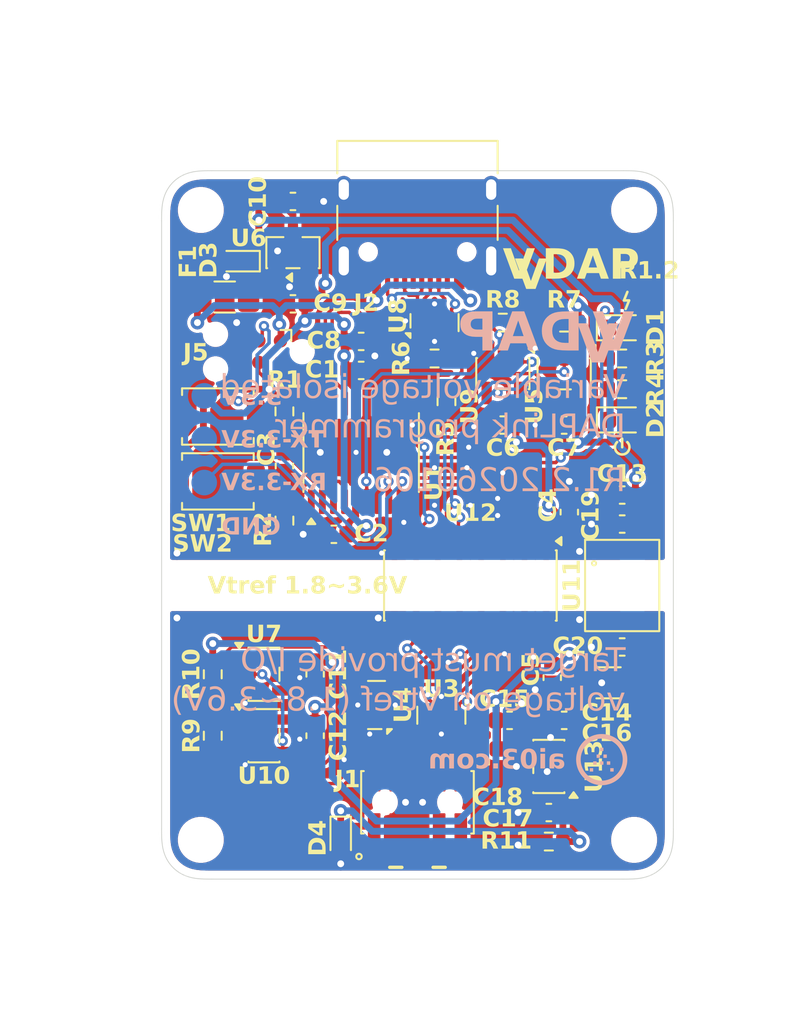
<source format=kicad_pcb>
(kicad_pcb (version 20241229) (generator "pcbnew") (generator_version "9.0")
  (layers (0 "F.Cu" signal) (2 "B.Cu" signal) (13 "F.Paste" user) (15 "B.Paste" user) (5 "F.SilkS" user "F.Silkscreen") (7 "B.SilkS" user "B.Silkscreen") (1 "F.Mask" user) (3 "B.Mask" user) (25 "Edge.Cuts" user))
  (net 0 "")
  (net 1 "+3.3V")
  (net 2 "GND")
  (net 3 "Net-(D1-K)")
  (net 4 "Activity-LED")
  (net 5 "Net-(D2-K)")
  (net 6 "+5V")
  (net 7 "VCC-Host")
  (net 9 "VTARGET-LDO")
  (net 11 "VCC-Target")
  (net 14 "CC1")
  (net 15 "CC2")
  (net 16 "BOOT0")
  (net 17 "GND-TARGET")
  (net 18 "USB-DM")
  (net 19 "USB-DP")
  (net 20 "+5V-Isolated")
  (net 21 "Host-SWDIO")
  (net 22 "Host-SWCLK")
  (net 23 "JTAG-nRST-VV")
  (net 24 "JTAG-TDI-VV")
  (net 27 "JTAG-SWCLK-VV")
  (net 28 "JTAG-TDO-VV")
  (net 30 "JTAG-SWDIO-VV")
  (net 31 "JTAG-SWDIO-IN")
  (net 34 "JTAG-SWDIO")
  (net 35 "JTAG-SWDIO-IN-VV")
  (net 36 "JTAG-TDI")
  (net 37 "Host-nRESET")
  (net 38 "JTAG-nRST")
  (net 39 "UART-RXD")
  (net 40 "JTAG-TDO")
  (net 41 "UART-TXD")
  (net 42 "JTAG-SWCLK")
  (net 43 "JTAG-SWDIO-OUT")
  (net 44 "JTAG-SWDIO-OUT-VV")
  (footprint "Capacitor_SMD:C_0603_1608Metric" (layer "F.Cu") (at 88.6 54.9 180)
    (property "Reference" "C7")
    (property "Value" "0.1uF")
  )
  (footprint "Resistor_SMD:R_0603_1608Metric" (layer "F.Cu") (at 68 69.5 -90)
    (property "Reference" "R10")
    (property "Value" "1k")
  )
  (footprint "MountingHole:MountingHole_2.2mm_M2" (layer "F.Cu") (at 67.3 79.2)
    (property "Reference" "REF**")
    (property "Value" "MountingHole_2.2mm_M2")
  )
  (footprint "locallib:MIE1W0505" (layer "F.Cu") (at 92 64.3)
    (property "Reference" "U11")
    (property "Value" "MIE1W0505")
  )
  (footprint "Diode_SMD:D_SOD-523" (layer "F.Cu") (at 75.5 79.1 -90)
    (property "Reference" "D4")
    (property "Value" "ESD5Z5V0")
  )
  (footprint "Button_Switch_SMD:SW_SPST_TS-1088-xR020" (layer "F.Cu") (at 68.3 58.2 180)
    (property "Reference" "SW2")
    (property "Value" "SW_Push")
  )
  (footprint "Resistor_SMD:R_0603_1608Metric" (layer "F.Cu") (at 92 51)
    (property "Reference" "R3")
    (property "Value" "1k")
  )
  (footprint "MountingHole:MountingHole_2.2mm_M2" (layer "F.Cu") (at 92.7 79.2)
    (property "Reference" "REF**")
    (property "Value" "MountingHole_2.2mm_M2")
  )
  (footprint "Capacitor_SMD:C_0603_1608Metric" (layer "F.Cu") (at 72.7 41.8)
    (property "Reference" "C10")
    (property "Value" "1uF")
  )
  (footprint "Package_SON:USON-10_2.5x1.0mm_P0.5mm" (layer "F.Cu") (at 77.6 71.3 180)
    (property "Reference" "U4")
    (property "Value" "TPD4E05U06DQA")
  )
  (footprint "Capacitor_SMD:C_0603_1608Metric" (layer "F.Cu") (at 85 54.9 180)
    (property "Reference" "C6")
    (property "Value" "0.1uF")
  )
  (footprint "Resistor_SMD:R_0603_1608Metric" (layer "F.Cu") (at 87.7 79.3)
    (property "Reference" "R11")
    (property "Value" "1M")
  )
  (footprint "Resistor_SMD:R_0603_1608Metric" (layer "F.Cu") (at 92 52.8)
    (property "Reference" "R4")
    (property "Value" "1k")
  )
  (footprint "Resistor_SMD:R_0603_1608Metric" (layer "F.Cu") (at 72.2 60.5 -90)
    (property "Reference" "R2")
    (property "Value" "10k")
  )
  (footprint "Package_TO_SOT_SMD:SOT-23-5" (layer "F.Cu") (at 71 73.1)
    (property "Reference" "U10")
    (property "Value" "SN74LVC1G66DBVR")
  )
  (footprint "Capacitor_SMD:C_0603_1608Metric" (layer "F.Cu") (at 76.7 50)
    (property "Reference" "C8")
    (property "Value" "1uF")
  )
  (footprint "Package_TO_SOT_SMD:SOT-23-5" (layer "F.Cu") (at 71 69.5)
    (property "Reference" "U7")
    (property "Value" "SN74LVC1G07DBVR")
  )
  (footprint "Capacitor_SMD:C_0603_1608Metric" (layer "F.Cu") (at 87.7 77.6 180)
    (property "Reference" "C17")
    (property "Value" "0.1uF")
  )
  (footprint "Capacitor_SMD:C_0603_1608Metric" (layer "F.Cu") (at 76.7 51.7)
    (property "Reference" "C1")
    (property "Value" "0.1uF")
  )
  (footprint "MountingHole:MountingHole_2.2mm_M2" (layer "F.Cu") (at 67.3 42.3)
    (property "Reference" "REF**")
    (property "Value" "MountingHole_2.2mm_M2")
  )
  (footprint "Package_SO:SOIC-16_3.9x9.9mm_P1.27mm" (layer "F.Cu") (at 83.1 64.3 -90)
    (property "Reference" "U12")
    (property "Value" "ADuM162N1BRZ")
  )
  (footprint "Fuse:Fuse_1206_3216Metric" (layer "F.Cu") (at 68.7 47.4)
    (property "Reference" "F1")
    (property "Value" "Polyfuse")
  )
  (footprint "Package_SON:USON-10_2.5x1.0mm_P0.5mm" (layer "F.Cu") (at 81.4 71.9 -90)
    (property "Reference" "U3")
    (property "Value" "TPD4E05U06DQA")
  )
  (footprint "MountingHole:MountingHole_2.2mm_M2" (layer "F.Cu") (at 92.7 42.3)
    (property "Reference" "REF**")
    (property "Value" "MountingHole_2.2mm_M2")
  )
  (footprint "locallib:FTSH-105-01-L-DV-K" (layer "F.Cu") (at 80 77)
    (property "Reference" "J1")
    (property "Value" "FTSH-105-01-L-DV-K")
  )
  (footprint "Capacitor_SMD:C_0603_1608Metric" (layer "F.Cu") (at 72.2 57.3 -90)
    (property "Reference" "C3")
    (property "Value" "0.1uF")
  )
  (footprint "Capacitor_SMD:C_0603_1608Metric" (layer "F.Cu") (at 87.9 69.7 -90)
    (property "Reference" "C5")
    (property "Value" "0.1uF")
  )
  (footprint "Diode_SMD:D_SOD-523" (layer "F.Cu") (at 69.5 45.3 180)
    (property "Reference" "D3")
    (property "Value" "ESD5Z5V0")
  )
  (footprint "Capacitor_SMD:C_0603_1608Metric" (layer "F.Cu") (at 85.4 72.2)
    (property "Reference" "C15")
    (property "Value" "1uF")
  )
  (footprint "Connector:Tag-Connect_TC2030-IDC-NL_2x03_P1.27mm_Vertical" (layer "F.Cu") (at 70.7 50.6 180)
    (property "Reference" "J5")
    (property "Value" "Conn_ARM_SWD_TagConnect_TC2030-NL")
  )
  (footprint "LED_SMD:LED_0603_1608Metric" (layer "F.Cu") (at 92 49.2)
    (property "Reference" "D1")
    (property "Value" "LED-Red")
  )
  (footprint "Capacitor_SMD:C_0603_1608Metric" (layer "F.Cu") (at 84.7 74.65 -90)
    (property "Reference" "C18")
    (property "Value" "1uF")
  )
  (footprint "Package_TO_SOT_SMD:SOT-23-5" (layer "F.Cu") (at 87.7 74.9 180)
    (property "Reference" "U13")
    (property "Value" "TPS7B4250")
  )
  (footprint "Package_SON:USON-10_2.5x1.0mm_P0.5mm" (layer "F.Cu") (at 81 48.9 90)
    (property "Reference" "U8")
    (property "Value" "TPD4E05U06DQA")
  )
  (footprint "Capacitor_SMD:C_0603_1608Metric" (layer "F.Cu") (at 74 69.5 -90)
    (property "Reference" "C11")
    (property "Value" "0.1uF")
  )
  (footprint "Package_TO_SOT_SMD:SOT-23-5" (layer "F.Cu") (at 85.005 51.885 -90)
    (property "Reference" "U9")
    (property "Value" "SN74LVC1G66DBVR")
  )
  (footprint "Capacitor_SMD:C_0603_1608Metric" (layer "F.Cu") (at 92 67.9 180)
    (property "Reference" "C20")
    (property "Value" "0.1uF")
  )
  (footprint "Resistor_SMD:R_0603_1608Metric" (layer "F.Cu") (at 68 73.1 90)
    (property "Reference" "R9")
    (property "Value" "1k")
  )
  (footprint "Capacitor_SMD:C_0603_1608Metric" (layer "F.Cu") (at 72.7 47.8 180)
    (property "Reference" "C9")
    (property "Value" "1uF")
  )
  (footprint "Package_SO:TSSOP-20_4.4x6.5mm_P0.65mm" (layer "F.Cu") (at 76.7 56.5125 90)
    (property "Reference" "U1")
    (property "Value" "CH32V203F6P6")
  )
  (footprint "Capacitor_SMD:C_0603_1608Metric" (layer "F.Cu") (at 92 60.7 180)
    (property "Reference" "C19")
    (property "Value" "0.1uF")
  )
  (footprint "Resistor_SMD:R_0603_1608Metric" (layer "F.Cu") (at 85 48.9)
    (property "Reference" "R8")
    (property "Value" "1k")
  )
  (footprint "Resistor_SMD:R_0603_1608Metric" (layer "F.Cu") (at 81 51 180)
    (property "Reference" "R6")
    (property "Value" "5.1k")
  )
  (footprint "Resistor_SMD:R_0603_1608Metric" (layer "F.Cu") (at 72.2 54.1 -90)
    (property "Reference" "R1")
    (property "Value" "10k")
  )
  (footprint "Capacitor_SMD:C_0603_1608Metric" (layer "F.Cu") (at 88.9 60 90)
    (property "Reference" "C4")
    (property "Value" "0.1uF")
  )
  (footprint "Capacitor_SMD:C_0603_1608Metric" (layer "F.Cu") (at 75.1 61.3 180)
    (property "Reference" "C2")
    (property "Value" "0.1uF")
  )
  (footprint "Capacitor_SMD:C_0603_1608Metric" (layer "F.Cu") (at 88.6 72.2 180)
    (property "Reference" "C16")
    (property "Value" "1uF")
  )
  (footprint "Resistor_SMD:R_0603_1608Metric" (layer "F.Cu") (at 81.7 53.5 -90)
    (property "Reference" "R5")
    (property "Value" "5.1k")
  )
  (footprint "Capacitor_SMD:C_0603_1608Metric" (layer "F.Cu") (at 92 59 180)
    (property "Reference" "C13")
    (property "Value" "10uF")
  )
  (footprint "Capacitor_SMD:C_1206_3216Metric" (layer "F.Cu") (at 91.2 70 180)
    (property "Reference" "C14")
    (property "Value" "22uF")
  )
  (footprint "Package_TO_SOT_SMD:SOT-23-5" (layer "F.Cu") (at 88.6 51.9 -90)
    (property "Reference" "U5")
    (property "Value" "SN74LVC1G07DBVR")
  )
  (footprint "Connector_USB:USB_C_Receptacle_HRO_TYPE-C-31-M-12" (layer "F.Cu") (at 80 42.155 180)
    (property "Reference" "J2")
    (property "Value" "USB_C_Receptacle_USB2.0_16P")
  )
  (footprint "Capacitor_SMD:C_0603_1608Metric" (layer "F.Cu") (at 74 73.1 -90)
    (property "Reference" "C12")
    (property "Value" "0.1uF")
  )
  (footprint "Package_TO_SOT_SMD:SOT-23-3" (layer "F.Cu") (at 72.7 44.8 90)
    (property "Reference" "U6")
    (property "Value" "XC6206PxxxMR")
  )
  (footprint "Resistor_SMD:R_0603_1608Metric" (layer "F.Cu") (at 88.6 48.9 180)
    (property "Reference" "R7")
    (property "Value" "1k")
  )
  (footprint "LED_SMD:LED_0603_1608Metric" (layer "F.Cu") (at 92 54.6)
    (property "Reference" "D2")
    (property "Value" "LED-Green")
  )
  (footprint "Button_Switch_SMD:SW_SPST_TS-1088-xR020" (layer "F.Cu") (at 68.3 54.4)
    (property "Reference" "SW1")
    (property "Value" "SW_Push")
  )
  (footprint "locallib:PogoReceiver-2.54-4" (layer "B.Cu") (at 67.5 57 180)
    (property "Reference" "J3")
    (property "Value" "Conn_01x04_MountingPin")
  )
  (gr_line (start 92.105 47.6) (end 92.405 47.6) (stroke (width 0.15)) (layer "F.SilkS"))
  (gr_arc (start 92.3 55.9) (mid 92 56.624264) (end 91.7 55.9) (stroke (width 0.15)) (layer "F.SilkS"))
  (gr_line (start 92.405 47.6) (end 92.205 48.1) (stroke (width 0.15)) (layer "F.SilkS"))
  (gr_line (start 92.305 47.1) (end 92.105 47.6) (stroke (width 0.15)) (layer "F.SilkS"))
  (gr_line (start 92 55.7) (end 92 56.2) (stroke (width 0.15)) (layer "F.SilkS"))
  (gr_rect (start 90.1 75) (end 90.3 75.2) (fill yes) (layer "B.SilkS"))
  (gr_rect (start 90.9 74.2) (end 91.1 74.4) (fill yes) (layer "B.SilkS"))
  (gr_rect (start 90.5 74.2) (end 90.7 74.4) (fill yes) (layer "B.SilkS"))
  (gr_rect (start 91.1 74.6) (end 91.3 74.8) (fill yes) (layer "B.SilkS"))
  (gr_circle (center 90.8 74.5) (end 92.166 74.5) (stroke (width 0.268)) (fill no) (layer "B.SilkS"))
  (gr_rect (start 91.3 75) (end 91.5 75.2) (fill yes) (layer "B.SilkS"))
  (gr_rect (start 90.3 74.6) (end 90.5 74.8) (fill yes) (layer "B.SilkS"))
  (gr_rect (start 90.7 74.6) (end 90.9 74.8) (fill yes) (layer "B.SilkS"))
  (gr_rect (start 90.7 73.8) (end 90.9 74) (fill yes) (layer "B.SilkS"))
  (gr_curve (pts (xy 94.510845 80.616376) (xy 94.35383 80.821154) (xy 94.149013 81.011345) (xy 93.89411 81.159992)) (stroke (width 0.05)) (layer "Edge.Cuts"))
  (gr_curve (pts (xy 93.89411 81.159992) (xy 93.62511 81.316859) (xy 93.352973 81.396518) (xy 93.107036 81.439866)) (stroke (width 0.05)) (layer "Edge.Cuts"))
  (gr_line (start 67.935 81.5) (end 92.065 81.5) (stroke (width 0.05)) (layer "Edge.Cuts"))
  (gr_curve (pts (xy 94.939866 41.892964) (xy 95 42.23414) (xy 95 42.580441) (xy 95 42.935)) (stroke (width 0.05)) (layer "Edge.Cuts"))
  (gr_curve (pts (xy 94.116376 40.489155) (xy 94.321154 40.64617) (xy 94.511345 40.850987) (xy 94.659992 41.10589)) (stroke (width 0.05)) (layer "Edge.Cuts"))
  (gr_line (start 65 42.935) (end 65 78.565) (stroke (width 0.05)) (layer "Edge.Cuts"))
  (gr_curve (pts (xy 65 42.935) (xy 65 42.502981) (xy 65 42.079439) (xy 65.110133 41.665022)) (stroke (width 0.05)) (layer "Edge.Cuts"))
  (gr_curve (pts (xy 65.883624 81.010845) (xy 65.678846 80.85383) (xy 65.488655 80.649013) (xy 65.340008 80.39411)) (stroke (width 0.05)) (layer "Edge.Cuts"))
  (gr_curve (pts (xy 94.659992 41.10589) (xy 94.816859 41.37489) (xy 94.896518 41.647027) (xy 94.939866 41.892964)) (stroke (width 0.05)) (layer "Edge.Cuts"))
  (gr_curve (pts (xy 93.334978 40.110133) (xy 93.556178 40.168917) (xy 93.838213 40.27587) (xy 94.116376 40.489155)) (stroke (width 0.05)) (layer "Edge.Cuts"))
  (gr_line (start 92.065 40) (end 67.935 40) (stroke (width 0.05)) (layer "Edge.Cuts"))
  (gr_curve (pts (xy 93.107036 81.439866) (xy 92.76586 81.5) (xy 92.419559 81.5) (xy 92.065 81.5)) (stroke (width 0.05)) (layer "Edge.Cuts"))
  (gr_curve (pts (xy 92.065 40) (xy 92.497019 40) (xy 92.920561 40) (xy 93.334978 40.110133)) (stroke (width 0.05)) (layer "Edge.Cuts"))
  (gr_curve (pts (xy 65.489155 40.883624) (xy 65.64617 40.678846) (xy 65.850987 40.488655) (xy 66.10589 40.340008)) (stroke (width 0.05)) (layer "Edge.Cuts"))
  (gr_curve (pts (xy 65.060134 79.607036) (xy 65 79.26586) (xy 65 78.919559) (xy 65 78.565)) (stroke (width 0.05)) (layer "Edge.Cuts"))
  (gr_curve (pts (xy 67.935 81.5) (xy 67.502981 81.5) (xy 67.079439 81.5) (xy 66.665022 81.389867)) (stroke (width 0.05)) (layer "Edge.Cuts"))
  (gr_line (start 95 78.565) (end 95 42.935) (stroke (width 0.05)) (layer "Edge.Cuts"))
  (gr_curve (pts (xy 95 78.565) (xy 95 78.997019) (xy 95 79.420561) (xy 94.889867 79.834978)) (stroke (width 0.05)) (layer "Edge.Cuts"))
  (gr_curve (pts (xy 66.665022 81.389867) (xy 66.443822 81.331083) (xy 66.161787 81.22413) (xy 65.883624 81.010845)) (stroke (width 0.05)) (layer "Edge.Cuts"))
  (gr_curve (pts (xy 66.10589 40.340008) (xy 66.37489 40.183141) (xy 66.647027 40.103482) (xy 66.892964 40.060134)) (stroke (width 0.05)) (layer "Edge.Cuts"))
  (gr_curve (pts (xy 65.110133 41.665022) (xy 65.168917 41.443822) (xy 65.27587 41.161787) (xy 65.489155 40.883624)) (stroke (width 0.05)) (layer "Edge.Cuts"))
  (gr_curve (pts (xy 65.340008 80.39411) (xy 65.183141 80.12511) (xy 65.103482 79.852973) (xy 65.060134 79.607036)) (stroke (width 0.05)) (layer "Edge.Cuts"))
  (gr_curve (pts (xy 66.892964 40.060134) (xy 67.23414 40) (xy 67.580441 40) (xy 67.935 40)) (stroke (width 0.05)) (layer "Edge.Cuts"))
  (gr_curve (pts (xy 94.889867 79.834978) (xy 94.831083 80.056178) (xy 94.72413 80.338213) (xy 94.510845 80.616376)) (stroke (width 0.05)) (layer "Edge.Cuts"))
  (gr_text "Vtref 1.8~3.6V" (at 67.7 64.35 0) (layer "F.SilkS") (effects (font (size 1 1) (thickness 0.2) (bold yes)) (justify left)))
  (gr_text "V" (at 85 45.6 0) (layer "F.SilkS") (effects (font (size 1.75 1.75) (thickness 0.2) (bold yes) (italic yes)) (justify left)))
  (gr_text "DAP" (at 87.3 45.6 0) (layer "F.SilkS") (effects (font (size 1.75 1.75) (thickness 0.2) (bold yes) (italic yes)) (justify left)))
  (gr_text "R1.2" (at 91.8 45.9 0) (layer "F.SilkS") (effects (font (size 1 1) (thickness 0.2) (bold yes) (italic yes)) (justify left)))
  (gr_text "V" (at 85.7 46.2 0) (layer "F.SilkS") (effects (font (size 1.75 1.75) (thickness 0.2) (bold yes) (italic yes)) (justify left)))
  (gr_text "RX-3.3V" (at 68.5 58.3 0) (layer "B.SilkS") (effects (font (size 1 1) (thickness 0.2) (bold yes)) (justify right mirror)))
  (gr_text "GND" (at 68.5 60.9 0) (layer "B.SilkS") (effects (font (size 1 1) (thickness 0.2) (bold yes)) (justify right mirror)))
  (gr_text "DAP" (at 89.737508 49.6 0) (layer "B.SilkS") (effects (font (size 2.25 2.25) (thickness 0.2) (bold yes) (italic yes)) (justify left mirror)))
  (gr_text "V" (at 91.8 50.3 0) (layer "B.SilkS") (effects (font (size 2.25 2.25) (thickness 0.2) (bold yes) (italic yes)) (justify left mirror)))
  (gr_text "Variable voltage isolated\nDAPLink programmer" (at 92.2 53.9 0) (layer "B.SilkS") (effects (font (size 1.375 1.375) (thickness 0.28125)) (justify left mirror)))
  (gr_text "R1.2 20260106" (at 92.2 58.2 0) (layer "B.SilkS") (effects (font (size 1.375 1.375) (thickness 0.28125)) (justify left mirror)))
  (gr_text "TX-3.3V" (at 68.5 55.8 0) (layer "B.SilkS") (effects (font (size 1 1) (thickness 0.2) (bold yes)) (justify right mirror)))
  (gr_text "3.3V" (at 68.5 53.3 0) (layer "B.SilkS") (effects (font (size 1 1) (thickness 0.2) (bold yes)) (justify right mirror)))
  (gr_text "V" (at 92.7 49.6 0) (layer "B.SilkS") (effects (font (size 2.25 2.25) (thickness 0.2) (bold yes) (italic yes)) (justify left mirror)))
  (gr_text "ai03.com" (at 88.675 74.55 0) (layer "B.SilkS") (effects (font (size 1.125 1.125) (thickness 0.225) (bold yes)) (justify left mirror)))
  (gr_text "Target must provide I/O\nvoltage on Vtref (1.8~3.6V)" (at 92.2 69.9 0) (layer "B.SilkS") (effects (font (size 1.375 1.375) (thickness 0.28125)) (justify left mirror)))
  (segment (start 89.55 53.0375) (end 89.55 54.725) (width 0.4) (layer "F.Cu") (net 1))
  (segment (start 73.3 47.625) (end 73.475 47.8) (width 0.4) (layer "F.Cu") (net 1))
  (segment (start 85.955 54.72) (end 85.775 54.9) (width 0.4) (layer "F.Cu") (net 1))
  (segment (start 73.65 45.9375) (end 73.65 46.45) (width 0.4) (layer "F.Cu") (net 1))
  (segment (start 87.7 59.6) (end 88.875 60.775) (width 0.4) (layer "F.Cu") (net 1))
  (segment (start 89.4 55.9) (end 89.375 55.875) (width 0.4) (layer "F.Cu") (net 1))
  (segment (start 92.7875 54.6) (end 92.7 54.6) (width 0.4) (layer "F.Cu") (net 1))
  (segment (start 86.3625 48.9) (end 87.2625 48) (width 0.4) (layer "F.Cu") (net 1))
  (segment (start 74.4 46.6) (end 74.6 46.6) (width 0.4) (layer "F.Cu") (net 1))
  (segment (start 71.775 53.275) (end 71.3 52.8) (width 0.4) (layer "F.Cu") (net 1))
  (segment (start 88.875 60.775) (end 88.9 60.775) (width 0.4) (layer "F.Cu") (net 1))
  (segment (start 85.775 55.875) (end 85.8 55.9) (width 0.4) (layer "F.Cu") (net 1))
  (segment (start 74.4 46.6) (end 74.4 47.2) (width 0.4) (layer "F.Cu") (net 1))
  (segment (start 75.975 61.3) (end 75.975 60.625) (width 0.4) (layer "F.Cu") (net 1))
  (segment (start 75.925 51.7) (end 75.925 52.35) (width 0.4) (layer "F.Cu") (net 1))
  (segment (start 76.375 53.65) (end 76.375 52.8) (width 0.4) (layer "F.Cu") (net 1))
  (segment (start 75.925 50) (end 75.7 49.775) (width 0.4) (layer "F.Cu") (net 1))
  (segment (start 66.075 58.2) (end 66.4 57.875) (width 0.4) (layer "F.Cu") (net 1))
  (segment (start 75.925 52.35) (end 76.375 52.8) (width 0.4) (layer "F.Cu") (net 1))
  (segment (start 75.8 50.75) (end 75.7 50.85) (width 0.4) (layer "F.Cu") (net 1))
  (segment (start 76.375 60.225) (end 76.375 59.375) (width 0.4) (layer "F.Cu") (net 1))
  (segment (start 75.7 50.85) (end 75.7 49.5) (width 0.4) (layer "F.Cu") (net 1))
  (segment (start 75.8 50.95) (end 75.7 50.85) (width 0.4) (layer "F.Cu") (net 1))
  (segment (start 89.425 48.9) (end 89.425 47.925) (width 0.4) (layer "F.Cu") (net 1))
  (segment (start 74.4 47.2) (end 73.8 47.8) (width 0.4) (layer "F.Cu") (net 1))
  (segment (start 87.2625 48) (end 88.3 48) (width 0.4) (layer "F.Cu") (net 1))
  (segment (start 73.8 47.8) (end 73.475 47.8) (width 0.4) (layer "F.Cu") (net 1))
  (segment (start 92.7 54.6) (end 91.4 55.9) (width 0.4) (layer "F.Cu") (net 1))
  (segment (start 72.2 53.275) (end 71.775 53.275) (width 0.4) (layer "F.Cu") (net 1))
  (segment (start 75.7 49.775) (end 75.7 49) (width 0.4) (layer "F.Cu") (net 1))
  (segment (start 73.4 48.8) (end 73.4 47.875) (width 0.4) (layer "F.Cu") (net 1))
  (segment (start 89.375 55.875) (end 89.375 54.9) (width 0.4) (layer "F.Cu") (net 1))
  (segment (start 89.55 54.725) (end 89.375 54.9) (width 0.4) (layer "F.Cu") (net 1))
  (segment (start 75.7 50.85) (end 75.7 52.125) (width 0.4) (layer "F.Cu") (net 1))
  (segment (start 85.775 54.9) (end 85.775 55.875) (width 0.4) (layer "F.Cu") (net 1))
  (segment (start 73.65 46.45) (end 73.3 46.8) (width 0.4) (layer "F.Cu") (net 1))
  (segment (start 75.8 51.4) (end 75.8 50.95) (width 0.4) (layer "F.Cu") (net 1))
  (segment (start 67.45 55.25) (end 67.45 53.75) (width 0.4) (layer "F.Cu") (net 1))
  (segment (start 70.5 52.8) (end 71.3 52.8) (width 0.4) (layer "F.Cu") (net 1))
  (segment (start 77 60.9) (end 76.6 61.3) (width 0.4) (layer "F.Cu") (net 1))
  (segment (start 88.9 60.775) (end 88.275 61.4) (width 0.4) (layer "F.Cu") (net 1))
  (segment (start 88.3 48) (end 89.2 48.9) (width 0.4) (layer "F.Cu") (net 1))
  (segment (start 87.5 61.5) (end 87.5 61.78) (width 0.4) (layer "F.Cu") (net 1))
  (segment (start 75.925 51.525) (end 75.8 51.4) (width 0.4) (layer "F.Cu") (net 1))
  (segment (start 89.2 48.9) (end 89.425 48.9) (width 0.4) (layer "F.Cu") (net 1))
  (segment (start 75.925 51.7) (end 75.925 51.525) (width 0.4) (layer "F.Cu") (net 1))
  (segment (start 67.45 53.75) (end 68.4 52.8) (width 0.4) (layer "F.Cu") (net 1))
  (segment (start 76.6 61.3) (end 75.875 61.3) (width 0.4) (layer "F.Cu") (net 1))
  (segment (start 77 60.8) (end 77 60.9) (width 0.4) (layer "F.Cu") (net 1))
  (segment (start 66.4 57.875) (end 66.4 56.3) (width 0.4) (layer "F.Cu") (net 1))
  (segment (start 87.6 61.4) (end 87.5 61.5) (width 0.4) (layer "F.Cu") (net 1))
  (segment (start 66.4 56.3) (end 67.45 55.25) (width 0.4) (layer "F.Cu") (net 1))
  (segment (start 85.955 53.0225) (end 85.955 54.72) (width 0.4) (layer "F.Cu") (net 1))
  (segment (start 89.425 47.925) (end 89.4 47.9) (width 0.4) (layer "F.Cu") (net 1))
  (segment (start 87.5 61.78) (end 87.545 61.825) (width 0.4) (layer "F.Cu") (net 1))
  (segment (start 88.275 61.4) (end 87.6 61.4) (width 0.4) (layer "F.Cu") (net 1))
  (segment (start 73.4 47.875) (end 73.475 47.8) (width 0.4) (layer "F.Cu") (net 1))
  (segment (start 68.4 52.8) (end 70.5 52.8) (width 0.4) (layer "F.Cu") (net 1))
  (segment (start 75.7 52.125) (end 75.925 52.35) (width 0.4) (layer "F.Cu") (net 1))
  (segment (start 85.825 48.9) (end 86.3625 48.9) (width 0.4) (layer "F.Cu") (net 1))
  (segment (start 73.3 46.8) (end 73.3 47.625) (width 0.4) (layer "F.Cu") (net 1))
  (segment (start 75.925 50.175) (end 75.8 50.3) (width 0.4) (layer "F.Cu") (net 1))
  (segment (start 75.925 50) (end 75.925 50.175) (width 0.4) (layer "F.Cu") (net 1))
  (segment (start 91.4 55.9) (end 89.4 55.9) (width 0.4) (layer "F.Cu") (net 1))
  (segment (start 75.8 50.3) (end 75.8 50.75) (width 0.4) (layer "F.Cu") (net 1))
  (segment (start 75.975 60.625) (end 76.375 60.225) (width 0.4) (layer "F.Cu") (net 1))
  (via (at 73.4 48.8) (size 0.8) (drill 0.4) (layers "F.Cu" "B.Cu") (net 1))
  (via (at 75.7 49) (size 0.8) (drill 0.4) (layers "F.Cu" "B.Cu") (net 1))
  (via (at 77 60.8) (size 0.8) (drill 0.4) (layers "F.Cu" "B.Cu") (net 1))
  (via (at 89.4 55.9) (size 0.8) (drill 0.4) (layers "F.Cu" "B.Cu") (net 1))
  (via (at 85.8 55.9) (size 0.8) (drill 0.4) (layers "F.Cu" "B.Cu") (net 1))
  (via (at 89.4 47.9) (size 0.8) (drill 0.4) (layers "F.Cu" "B.Cu") (net 1))
  (via (at 74.6 46.6) (size 0.8) (drill 0.4) (layers "F.Cu" "B.Cu") (net 1))
  (via (at 87.7 59.6) (size 0.8) (drill 0.4) (layers "F.Cu" "B.Cu") (net 1))
  (via (at 75.7 50.85) (size 0.8) (drill 0.4) (layers "F.Cu" "B.Cu") (net 1))
  (via (at 71.3 52.8) (size 0.8) (drill 0.4) (layers "F.Cu" "B.Cu") (net 1))
  (segment (start 73.4 48.8) (end 73.3 48.8) (width 0.4) (layer "B.Cu") (net 1))
  (segment (start 89.792894 55.9) (end 89.4 55.9) (width 0.4) (layer "B.Cu") (net 1))
  (segment (start 75.7 59.75) (end 75.7 50.85) (width 0.4) (layer "B.Cu") (net 1))
  (segment (start 73.3 48.8) (end 71.1 51) (width 0.4) (layer "B.Cu") (net 1))
  (segment (start 87.7 59.6) (end 87.7 56.5) (width 0.4) (layer "B.Cu") (net 1))
  (segment (start 71.1 51) (end 71.1 52.6) (width 0.4) (layer "B.Cu") (net 1))
  (segment (start 88.1 56.1) (end 87.7 56.5) (width 0.4) (layer "B.Cu") (net 1))
  (segment (start 90.3 55.392894) (end 89.792894 55.9) (width 0.4) (layer "B.Cu") (net 1))
  (segment (start 88.5 56.1) (end 88.1 56.1) (width 0.4) (layer "B.Cu") (net 1))
  (segment (start 75.2 48.5) (end 73.7 48.5) (width 0.4) (layer "B.Cu") (net 1))
  (segment (start 87.3 56.1) (end 87.7 56.5) (width 0.4) (layer "B.Cu") (net 1))
  (segment (start 85.8 55.9) (end 86 56.1) (width 0.4) (layer "B.Cu") (net 1))
  (segment (start 75.4 43.5) (end 85.3 43.5) (width 0.4) (layer "B.Cu") (net 1))
  (segment (start 90.3 48.5) (end 90.3 55.392894) (width 0.4) (layer "B.Cu") (net 1))
  (segment (start 74.6 44.3) (end 75.4 43.5) (width 0.4) (layer "B.Cu") (net 1))
  (segment (start 69.9 54.2) (end 68.51 54.2) (width 0.4) (layer "B.Cu") (net 1))
  (segment (start 85.3 43.5) (end 90.3 48.5) (width 0.4) (layer "B.Cu") (net 1))
  (segment (start 73.7 48.5) (end 73.4 48.8) (width 0.4) (layer "B.Cu") (net 1))
  (segment (start 77 60.8) (end 76.75 60.8) (width 0.4) (layer "B.Cu") (net 1))
  (segment (start 68.51 54.2) (end 67.5 53.19) (width 0.4) (layer "B.Cu") (net 1))
  (segment (start 75.7 49) (end 75.2 48.5) (width 0.4) (layer "B.Cu") (net 1))
  (segment (start 74.6 46.6) (end 74.6 44.3) (width 0.4) (layer "B.Cu") (net 1))
  (segment (start 71.3 52.8) (end 69.9 54.2) (width 0.4) (layer "B.Cu") (net 1))
  (segment (start 89.4 55.9) (end 89.2 56.1) (width 0.4) (layer "B.Cu") (net 1))
  (segment (start 76.75 60.8) (end 75.7 59.75) (width 0.4) (layer "B.Cu") (net 1))
  (segment (start 86 56.1) (end 87.3 56.1) (width 0.4) (layer "B.Cu") (net 1))
  (segment (start 89.2 56.1) (end 88.5 56.1) (width 0.4) (layer "B.Cu") (net 1))
  (segment (start 71.1 52.6) (end 71.3 52.8) (width 0.4) (layer "B.Cu") (net 1))
  (segment (start 81 48.515) (end 81 47.8) (width 0.3) (layer "F.Cu") (net 2))
  (via (at 76.4 56.5) (size 0.6) (drill 0.3) (layers "F.Cu" "B.Cu") (net 2))
  (via (at 86.9 54.9) (size 0.6) (drill 0.3) (layers "F.Cu" "B.Cu") (net 2))
  (via (at 84.7 59.2) (size 0.6) (drill 0.3) (layers "F.Cu" "B.Cu") (net 2))
  (via (at 83.3 55) (size 0.6) (drill 0.3) (layers "F.Cu" "B.Cu") (net 2))
  (via (at 77.9 62.4) (size 0.6) (drill 0.3) (layers "F.Cu" "B.Cu") (net 2))
  (via (at 81 50) (size 0.6) (drill 0.3) (layers "F.Cu" "B.Cu") (net 2))
  (via (at 79.4 51) (size 0.6) (drill 0.3) (layers "F.Cu" "B.Cu") (net 2))
  (via (at 65.9 62.4) (size 0.8) (drill 0.4) (layers "F.Cu" "B.Cu") (net 2))
  (via (at 74.3 56.5) (size 0.8) (drill 0.4) (layers "F.Cu" "B.Cu") (net 2))
  (via (at 90.2 60.7) (size 0.8) (drill 0.4) (layers "F.Cu" "B.Cu") (net 2))
  (via (at 81 59.6) (size 0.6) (drill 0.3) (layers "F.Cu" "B.Cu") (net 2))
  (via (at 79.2 60.6) (size 0.6) (drill 0.3) (layers "F.Cu" "B.Cu") (net 2))
  (via (at 77.5 50.85) (size 0.8) (drill 0.4) (layers "F.Cu" "B.Cu") (net 2))
  (via (at 81 47.8) (size 0.6) (drill 0.3) (layers "F.Cu" "B.Cu") (net 2))
  (via (at 86.9 50.4) (size 0.6) (drill 0.3) (layers "F.Cu" "B.Cu") (net 2))
  (via (at 68.8 46.2) (size 0.8) (drill 0.4) (layers "F.Cu" "B.Cu") (net 2))
  (via (at 90.2 59) (size 0.8) (drill 0.4) (layers "F.Cu" "B.Cu") (net 2))
  (via (at 83 56.2) (size 0.6) (drill 0.3) (layers "F.Cu" "B.Cu") (net 2))
  (via (at 83.3 50.7) (size 0.6) (drill 0.3) (layers "F.Cu" "B.Cu") (net 2))
  (via (at 82.9 57.4) (size 0.6) (drill 0.3) (layers "F.Cu" "B.Cu") (net 2))
  (via (at 85 57.7) (size 0.6) (drill 0.3) (layers "F.Cu" "B.Cu") (net 2))
  (via (at 74.5 41.8) (size 0.8) (drill 0.4) (layers "F.Cu" "B.Cu") (net 2))
  (via (at 69.4 48.9) (size 0.8) (drill 0.4) (layers "F.Cu" "B.Cu") (net 2))
  (via (at 72.5 46.8) (size 0.8) (drill 0.4) (layers "F.Cu" "B.Cu") (net 2))
  (via (at 73.3 61.3) (size 0.8) (drill 0.4) (layers "F.Cu" "B.Cu") (net 2))
  (via (at 78.2 56.5) (size 0.8) (drill 0.4) (layers "F.Cu" "B.Cu") (net 2))
  (via (at 79.3 48.8) (size 0.6) (drill 0.3) (layers "F.Cu" "B.Cu") (net 2))
  (via (at 89.5 62.3) (size 0.8) (drill 0.4) (layers "F.Cu" "B.Cu") (net 2))
  (via (at 79.7 54.9) (size 0.6) (drill 0.3) (layers "F.Cu" "B.Cu") (net 2))
  (via (at 83.1 59.6) (size 0.6) (drill 0.3) (layers "F.Cu" "B.Cu") (net 2))
  (via (at 71.8 44.7) (size 0.8) (drill 0.4) (layers "F.Cu" "B.Cu") (net 2))
  (via (at 81 57.4) (size 0.6) (drill 0.3) (layers "F.Cu" "B.Cu") (net 2))
  (via (at 84.7 60.2) (size 0.6) (drill 0.3) (layers "F.Cu" "B.Cu") (net 2))
  (via (at 88.9 58.2) (size 0.8) (drill 0.4) (layers "F.Cu" "B.Cu") (net 2))
  (segment (start 91.175 51) (end 91.175 49.2375) (width 0.2) (layer "F.Cu") (net 3))
  (segment (start 91.175 49.2375) (end 91.2125 49.2) (width 0.2) (layer "F.Cu") (net 3))
  (segment (start 88.1 57.1) (end 88.4 56.8) (width 0.2) (layer "F.Cu") (net 4))
  (segment (start 91 48.2) (end 91.2 48.4) (width 0.2) (layer "F.Cu") (net 4))
  (segment (start 91.2 48.4) (end 91.9875 48.4) (width 0.2) (layer "F.Cu") (net 4))
  (segment (start 79.6 53.675) (end 79.6 54.2) (width 0.2) (layer "F.Cu") (net 4))
  (segment (start 91.9875 48.4) (end 92.7875 49.2) (width 0.2) (layer "F.Cu") (net 4))
  (segment (start 79.625 53.65) (end 79.6 53.675) (width 0.2) (layer "F.Cu") (net 4))
  (segment (start 79.6 54.2) (end 79.9 54.2) (width 0.2) (layer "F.Cu") (net 4))
  (segment (start 83.3 55.6) (end 84.8 57.1) (width 0.2) (layer "F.Cu") (net 4))
  (segment (start 79.9 54.2) (end 81.3 55.6) (width 0.2) (layer "F.Cu") (net 4))
  (segment (start 81.3 55.6) (end 83.3 55.6) (width 0.2) (layer "F.Cu") (net 4))
  (segment (start 84.8 57.1) (end 88.1 57.1) (width 0.2) (layer "F.Cu") (net 4))
  (via (at 91 48.2) (size 0.6) (drill 0.3) (layers "F.Cu" "B.Cu") (net 4))
  (via (at 88.4 56.8) (size 0.6) (drill 0.3) (layers "F.Cu" "B.Cu") (net 4))
  (segment (start 90.8 48.4) (end 91 48.2) (width 0.2) (layer "B.Cu") (net 4))
  (segment (start 88.4 56.8) (end 88.4 56.7) (width 0.2) (layer "B.Cu") (net 4))
  (segment (start 88.4 56.7) (end 88.5 56.6) (width 0.2) (layer "B.Cu") (net 4))
  (segment (start 88.5 56.6) (end 89.8 56.6) (width 0.2) (layer "B.Cu") (net 4))
  (segment (start 90.8 55.6) (end 90.8 48.4) (width 0.2) (layer "B.Cu") (net 4))
  (segment (start 89.8 56.6) (end 90.8 55.6) (width 0.2) (layer "B.Cu") (net 4))
  (segment (start 91.175 52.8) (end 91.175 54.5625) (width 0.2) (layer "F.Cu") (net 5))
  (segment (start 91.175 54.5625) (end 91.2125 54.6) (width 0.2) (layer "F.Cu") (net 5))
  (segment (start 92.775 58.025) (end 92.8 58) (width 0.4) (layer "F.Cu") (net 6))
  (segment (start 70.2 45.3) (end 70.7 44.8) (width 0.4) (layer "F.Cu") (net 6))
  (segment (start 92.775 59) (end 92.775 58.025) (width 0.4) (layer "F.Cu") (net 6))
  (segment (start 92.775 61.425) (end 92.6 61.6) (width 0.4) (layer "F.Cu") (net 6))
  (segment (start 92.6 62.275) (end 92.6 61.6) (width 0.4) (layer "F.Cu") (net 6))
  (segment (start 70.2 45.3) (end 70.2 47.3) (width 0.4) (layer "F.Cu") (net 6))
  (segment (start 70.7 42.2) (end 71.1 41.8) (width 0.4) (layer "F.Cu") (net 6))
  (segment (start 70.2 47.3) (end 70.1 47.4) (width 0.4) (layer "F.Cu") (net 6))
  (segment (start 92.775 60.7) (end 92.775 61.425) (width 0.4) (layer "F.Cu") (net 6))
  (segment (start 72.7 42.575) (end 71.925 41.8) (width 0.4) (layer "F.Cu") (net 6))
  (segment (start 92.775 60.7) (end 92.775 59) (width 0.4) (layer "F.Cu") (net 6))
  (segment (start 70.7 44.8) (end 70.7 42.2) (width 0.4) (layer "F.Cu") (net 6))
  (segment (start 71.1 41.8) (end 71.925 41.8) (width 0.4) (layer "F.Cu") (net 6))
  (segment (start 72.7 43.6625) (end 72.7 42.575) (width 0.4) (layer "F.Cu") (net 6))
  (via (at 92.8 58) (size 0.8) (drill 0.4) (layers "F.Cu" "B.Cu") (net 6))
  (via (at 70.7 42.9) (size 0.8) (drill 0.4) (layers "F.Cu" "B.Cu") (net 6))
  (segment (start 91.3 55.6) (end 92.8 57.1) (width 0.4) (layer "B.Cu") (net 6))
  (segment (start 92.8 57.1) (end 92.8 58) (width 0.4) (layer "B.Cu") (net 6))
  (segment (start 70.7 42.9) (end 85.6 42.9) (width 0.4) (layer "B.Cu") (net 6))
  (segment (start 91.3 48.9) (end 91.3 55.6) (width 0.4) (layer "B.Cu") (net 6))
  (segment (start 91.7 48.5) (end 91.3 48.9) (width 0.4) (layer "B.Cu") (net 6))
  (segment (start 90.2 47.5) (end 91.3 47.5) (width 0.4) (layer "B.Cu") (net 6))
  (segment (start 91.7 47.9) (end 91.7 48.5) (width 0.4) (layer "B.Cu") (net 6))
  (segment (start 85.6 42.9) (end 90.2 47.5) (width 0.4) (layer "B.Cu") (net 6))
  (segment (start 91.3 47.5) (end 91.7 47.9) (width 0.4) (layer "B.Cu") (net 6))
  (segment (start 67.1 47.6) (end 67.3 47.4) (width 0.4) (layer "F.Cu") (net 7))
  (segment (start 77.55 47.55) (end 77.6 47.6) (width 0.4) (layer "F.Cu") (net 7))
  (segment (start 72 49.1) (end 72 49.9) (width 0.4) (layer "F.Cu") (net 7))
  (segment (start 83 47.6) (end 82.45 47.05) (width 0.4) (layer "F.Cu") (net 7))
  (segment (start 72 49.9) (end 71.97 49.93) (width 0.4) (layer "F.Cu") (net 7))
  (segment (start 83.1 47.6) (end 83 47.6) (width 0.4) (layer "F.Cu") (net 7))
  (segment (start 71.97 49.93) (end 71.97 49.965) (width 0.4) (layer "F.Cu") (net 7))
  (segment (start 71.9 49) (end 72 49.1) (width 0.4) (layer "F.Cu") (net 7))
  (segment (start 82.45 47.05) (end 82.45 46.2) (width 0.4) (layer "F.Cu") (net 7))
  (segment (start 67.1 48.9) (end 67.1 47.6) (width 0.4) (layer "F.Cu") (net 7))
  (segment (start 77.55 46.2) (end 77.55 47.55) (width 0.4) (layer "F.Cu") (net 7))
  (via (at 83.1 47.6) (size 0.8) (drill 0.4) (layers "F.Cu" "B.Cu") (net 7))
  (via (at 67.1 48.9) (size 0.8) (drill 0.4) (layers "F.Cu" "B.Cu") (net 7))
  (via (at 71.9 49) (size 0.8) (drill 0.4) (layers "F.Cu" "B.Cu") (net 7))
  (via (at 77.6 47.6) (size 0.8) (drill 0.4) (layers "F.Cu" "B.Cu") (net 7))
  (segment (start 77.6 47.6) (end 77.6 47.4) (width 0.4) (layer "B.Cu") (net 7))
  (segment (start 83 47.6) (end 83.1 47.6) (width 0.4) (layer "B.Cu") (net 7))
  (segment (start 71.9 48.3) (end 72.3 47.9) (width 0.4) (layer "B.Cu") (net 7))
  (segment (start 68.1 47.9) (end 71.5 47.9) (width 0.4) (layer "B.Cu") (net 7))
  (segment (start 82.1 46.7) (end 83 47.6) (width 0.4) (layer "B.Cu") (net 7))
  (segment (start 77.3 47.9) (end 77.6 47.6) (width 0.4) (layer "B.Cu") (net 7))
  (segment (start 72.3 47.9) (end 77.3 47.9) (width 0.4) (layer "B.Cu") (net 7))
  (segment (start 67.1 48.9) (end 68.1 47.9) (width 0.4) (layer "B.Cu") (net 7))
  (segment (start 71.9 49) (end 71.9 48.3) (width 0.4) (layer "B.Cu") (net 7))
  (segment (start 71.5 47.9) (end 71.9 48.3) (width 0.4) (layer "B.Cu") (net 7))
  (segment (start 78.3 46.7) (end 82.1 46.7) (width 0.4) (layer "B.Cu") (net 7))
  (segment (start 77.6 47.4) (end 78.3 46.7) (width 0.4) (layer "B.Cu") (net 7))
  (segment (start 73.825 72.15) (end 74 72.325) (width 0.4) (layer "F.Cu") (net 9))
  (segment (start 84.7 74.125) (end 84.7 72.275) (width 0.4) (layer "F.Cu") (net 9))
  (segment (start 67.8 71.6) (end 67.8 72.075) (width 0.4) (layer "F.Cu") (net 9))
  (segment (start 87.9 68.925) (end 88.275 68.925) (width 0.4) (layer "F.Cu") (net 9))
  (segment (start 87.7725 68.7975) (end 87.9 68.925) (width 0.4) (layer "F.Cu") (net 9))
  (segment (start 84.7 72.275) (end 84.625 72.2) (width 0.4) (layer "F.Cu") (net 9))
  (segment (start 67.8 72.075) (end 68 72.275) (width 0.4) (layer "F.Cu") (net 9))
  (segment (start 84.625 72.2) (end 84.625 71.125) (width 0.4) (layer "F.Cu") (net 9))
  (segment (start 67.1 70.9) (end 67.1 69.85) (width 0.4) (layer "F.Cu") (net 9))
  (segment (start 75 68.8) (end 74.075 68.8) (width 0.4) (layer "F.Cu") (net 9))
  (segment (start 74 72.325) (end 74 71.4) (width 0.4) (layer "F.Cu") (net 9))
  (segment (start 84.625 71.125) (end 84.6 71.1) (width 0.4) (layer "F.Cu") (net 9))
  (segment (start 68 67.7) (end 68 68.675) (width 0.4) (layer "F.Cu") (net 9))
  (segment (start 74.075 68.8) (end 74 68.725) (width 0.4) (layer "F.Cu") (net 9))
  (segment (start 87.545 66.775) (end 87.545 68) (width 0.4) (layer "F.Cu") (net 9))
  (segment (start 73.825 68.55) (end 74 68.725) (width 0.4) (layer "F.Cu") (net 9))
  (segment (start 68 68.95) (end 68 68.675) (width 0.4) (layer "F.Cu") (net 9))
  (segment (start 87.7725 68.2275) (end 87.7725 68.7975) (width 0.4) (layer "F.Cu") (net 9))
  (segment (start 86.5625 73.95) (end 84.875 73.95) (width 0.4) (layer "F.Cu") (net 9))
  (segment (start 88.275 68.925) (end 88.9 68.3) (width 0.4) (layer "F.Cu") (net 9))
  (segment (start 87.7725 68.2275) (end 87.545 68) (width 0.4) (layer "F.Cu") (net 9))
  (segment (start 72.1375 68.55) (end 73.825 68.55) (width 0.4) (layer "F.Cu") (net 9))
  (segment (start 67.8 71.6) (end 67.1 70.9) (width 0.4) (layer "F.Cu") (net 9))
  (segment (start 72.1375 72.15) (end 73.825 72.15) (width 0.4) (layer "F.Cu") (net 9))
  (segment (start 84.875 73.95) (end 84.7 74.125) (width 0.4) (layer "F.Cu") (net 9))
  (segment (start 67.1 69.85) (end 68 68.95) (width 0.4) (layer "F.Cu") (net 9))
  (via (at 88.9 68.3) (size 0.8) (drill 0.4) (layers "F.Cu" "B.Cu") (net 9))
  (via (at 74 71.4) (size 0.8) (drill 0.4) (layers "F.Cu" "B.Cu") (net 9))
  (via (at 75 68.8) (size 0.8) (drill 0.4) (layers "F.Cu" "B.Cu") (net 9))
  (via (at 68 67.7) (size 0.8) (drill 0.4) (layers "F.Cu" "B.Cu") (net 9))
  (via (at 84.6 71.1) (size 0.8) (drill 0.4) (layers "F.Cu" "B.Cu") (net 9))
  (segment (start 82.4 78.1) (end 77.6 78.1) (width 0.4) (layer "B.Cu") (net 9))
  (segment (start 68 67.7) (end 71.9 67.7) (width 0.4) (layer "B.Cu") (net 9))
  (segment (start 84.6 71.1) (end 86.4 69.3) (width 0.4) (layer "B.Cu") (net 9))
  (segment (start 75 68.8) (end 75 71.1) (width 0.4) (layer "B.Cu") (net 9))
  (segment (start 75 72) (end 75 75.5) (width 0.4) (layer "B.Cu") (net 9))
  (segment (start 84.6 75.9) (end 82.4 78.1) (width 0.4) (layer "B.Cu") (net 9))
  (segment (start 74 71.4) (end 74.7 71.4) (width 0.4) (layer "B.Cu") (net 9))
  (segment (start 71.9 67.7) (end 73.9 67.7) (width 0.4) (layer "B.Cu") (net 9))
  (segment (start 86.4 69.3) (end 87.9 69.3) (width 0.4) (layer "B.Cu") (net 9))
  (segment (start 77.6 78.1) (end 76.2 76.7) (width 0.4) (layer "B.Cu") (net 9))
  (segment (start 75 72) (end 75 71.7) (width 0.4) (layer "B.Cu") (net 9))
  (segment (start 75 71.7) (end 74.7 71.4) (width 0.4) (layer "B.Cu") (net 9))
  (segment (start 84.6 71.1) (end 84.6 75.9) (width 0.4) (layer "B.Cu") (net 9))
  (segment (start 75 75.5) (end 76.2 76.7) (width 0.4) (layer "B.Cu") (net 9))
  (segment (start 73.9 67.7) (end 75 68.8) (width 0.4) (layer "B.Cu") (net 9))
  (segment (start 74.7 71.4) (end 75 71.1) (width 0.4) (layer "B.Cu") (net 9))
  (segment (start 87.9 69.3) (end 88.9 68.3) (width 0.4) (layer "B.Cu") (net 9))
  (segment (start 77.5 78.4) (end 77.5 78.995) (width 0.4) (layer "F.Cu") (net 11))
  (segment (start 88.475 77.6) (end 88.5 77.575) (width 0.4) (layer "F.Cu") (net 11))
  (segment (start 75.5 78.4) (end 77.5 78.4) (width 0.4) (layer "F.Cu") (net 11))
  (segment (start 88.525 79.3) (end 88.525 77.65) (width 0.4) (layer "F.Cu") (net 11))
  (segment (start 88.525 77.65) (end 88.475 77.6) (width 0.4) (layer "F.Cu") (net 11))
  (segment (start 75.5 78.4) (end 75.5 77.5) (width 0.4) (layer "F.Cu") (net 11))
  (segment (start 77.5 78.995) (end 77.46 79.035) (width 0.4) (layer "F.Cu") (net 11))
  (segment (start 88.5 76.1875) (end 88.8375 75.85) (width 0.4) (layer "F.Cu") (net 11))
  (segment (start 89.5 79.3) (end 88.525 79.3) (width 0.4) (layer "F.Cu") (net 11))
  (segment (start 88.5 77.575) (end 88.5 76.1875) (width 0.4) (layer "F.Cu") (net 11))
  (via (at 89.5 79.3) (size 0.8) (drill 0.4) (layers "F.Cu" "B.Cu") (net 11))
  (via (at 75.5 77.5) (size 0.8) (drill 0.4) (layers "F.Cu" "B.Cu") (net 11))
  (segment (start 77.351472 78.7) (end 88.9 78.7) (width 0.4) (layer "B.Cu") (net 11))
  (segment (start 76.151472 77.5) (end 77.351472 78.7) (width 0.4) (layer "B.Cu") (net 11))
  (segment (start 88.9 78.7) (end 89.5 79.3) (width 0.4) (layer "B.Cu") (net 11))
  (segment (start 75.5 77.5) (end 76.151472 77.5) (width 0.4) (layer "B.Cu") (net 11))
  (segment (start 81.6 48.048529) (end 81.5 48.148529) (width 0.2) (layer "F.Cu") (net 14))
  (segment (start 81.5 49.6) (end 82 50.1) (width 0.2) (layer "F.Cu") (net 14))
  (segment (start 82 50.825) (end 81.825 51) (width 0.2) (layer "F.Cu") (net 14))
  (segment (start 81.6 47.5) (end 81.6 48.048529) (width 0.2) (layer "F.Cu") (net 14))
  (segment (start 81.25 47.15) (end 81.6 47.5) (width 0.2) (layer "F.Cu") (net 14))
  (segment (start 81.5 49.285) (end 81.5 49.6) (width 0.2) (layer "F.Cu") (net 14))
  (segment (start 82 50.1) (end 82 50.825) (width 0.2) (layer "F.Cu") (net 14))
  (segment (start 81.5 48.148529) (end 81.5 49.285) (width 0.2) (layer "F.Cu") (net 14))
  (segment (start 81.25 46.2) (end 81.25 47.15) (width 0.2) (layer "F.Cu") (net 14))
  (segment (start 82.6 51.775) (end 81.7 52.675) (width 0.2) (layer "F.Cu") (net 15))
  (segment (start 78.25 46.2) (end 78.25 47.25) (width 0.2) (layer "F.Cu") (net 15))
  (segment (start 82 49.5) (end 82.6 50.1) (width 0.2) (layer "F.Cu") (net 15))
  (segment (start 82.2 47.9) (end 82 48.1) (width 0.2) (layer "F.Cu") (net 15))
  (segment (start 82.2 47.8) (end 82.2 47.9) (width 0.2) (layer "F.Cu") (net 15))
  (segment (start 82 49.285) (end 82 49.5) (width 0.2) (layer "F.Cu") (net 15))
  (segment (start 78.25 47.25) (end 78.5 47.5) (width 0.2) (layer "F.Cu") (net 15))
  (segment (start 82.6 50.1) (end 82.6 51.775) (width 0.2) (layer "F.Cu") (net 15))
  (segment (start 82 48.1) (end 82 49.285) (width 0.2) (layer "F.Cu") (net 15))
  (via (at 82.2 47.8) (size 0.6) (drill 0.3) (layers "F.Cu" "B.Cu") (net 15))
  (via (at 78.5 47.5) (size 0.6) (drill 0.3) (layers "F.Cu" "B.Cu") (net 15))
  (segment (start 82.2 47.8) (end 82.2 47.6) (width 0.2) (layer "B.Cu") (net 15))
  (segment (start 82.2 47.6) (end 81.8 47.2) (width 0.2) (layer "B.Cu") (net 15))
  (segment (start 81.8 47.2) (end 78.8 47.2) (width 0.2) (layer "B.Cu") (net 15))
  (segment (start 78.8 47.2) (end 78.5 47.5) (width 0.2) (layer "B.Cu") (net 15))
  (segment (start 72.375 59.5) (end 73.8 59.5) (width 0.2) (layer "F.Cu") (net 16))
  (segment (start 73.8 59.5) (end 73.8 59.4) (width 0.2) (layer "F.Cu") (net 16))
  (segment (start 73.8 59.4) (end 73.775 59.375) (width 0.2) (layer "F.Cu") (net 16))
  (segment (start 72.2 59.675) (end 72.375 59.5) (width 0.2) (layer "F.Cu") (net 16))
  (segment (start 70.525 58.625) (end 70.525 58.2) (width 0.2) (layer "F.Cu") (net 16))
  (segment (start 72 59.5) (end 71.4 59.5) (width 0.2) (layer "F.Cu") (net 16))
  (segment (start 72.2 59.675) (end 72.175 59.675) (width 0.2) (layer "F.Cu") (net 16))
  (segment (start 71.4 59.5) (end 70.525 58.625) (width 0.2) (layer "F.Cu") (net 16))
  (segment (start 72.175 59.675) (end 72 59.5) (width 0.2) (layer "F.Cu") (net 16))
  (via (at 78.7 71.3) (size 0.6) (drill 0.3) (layers "F.Cu" "B.Cu") (net 17))
  (via (at 77.7 66.2) (size 0.8) (drill 0.4) (layers "F.Cu" "B.Cu") (net 17))
  (via (at 73.1 69.7) (size 0.6) (drill 0.3) (layers "F.Cu" "B.Cu") (net 17))
  (via (at 69.9 71.2) (size 0.6) (drill 0.3) (layers "F.Cu" "B.Cu") (net 17))
  (via (at 87.6 75.2) (size 0.8) (drill 0.4) (layers "F.Cu" "B.Cu") (net 17))
  (via (at 77.2 73) (size 0.6) (drill 0.3) (layers "F.Cu" "B.Cu") (net 17))
  (via (at 65.9 66.2) (size 0.8) (drill 0.4) (layers "F.Cu" "B.Cu") (net 17))
  (via (at 75.7 74.5) (size 0.6) (drill 0.3) (layers "F.Cu" "B.Cu") (net 17))
  (via (at 85.9 77.6) (size 0.8) (drill 0.4) (layers "F.Cu" "B.Cu") (net 17))
  (via (at 73.1 73.3) (size 0.6) (drill 0.3) (layers "F.Cu" "B.Cu") (net 17))
  (via (at 69.9 74.8) (size 0.6) (drill 0.3) (layers "F.Cu" "B.Cu") (net 17))
  (via (at 81.4 70.8) (size 0.6) (drill 0.3) (layers "F.Cu" "B.Cu") (net 17))
  (via (at 85.1 68.3) (size 0.6) (drill 0.3) (layers "F.Cu" "B.Cu") (net 17))
  (via (at 79.3 77) (size 0.8) (drill 0.4) (layers "F.Cu" "B.Cu") (net 17))
  (via (at 85.8 74.9) (size 0.8) (drill 0.4) (layers "F.Cu" "B.Cu") (net 17))
  (via (at 86.1 71.2) (size 0.8) (drill 0.4) (layers "F.Cu" "B.Cu") (net 17))
  (via (at 75.5 80.6) (size 0.8) (drill 0.4) (layers "F.Cu" "B.Cu") (net 17))
  (via (at 81.4 73) (size 0.6) (drill 0.3) (layers "F.Cu" "B.Cu") (net 17))
  (via (at 80.3 77) (size 0.8) (drill 0.4) (layers "F.Cu" "B.Cu") (net 17))
  (via (at 90.2 67.9) (size 0.8) (drill 0.4) (layers "F.Cu" "B.Cu") (net 17))
  (via (at 85.9 79.5) (size 0.8) (drill 0.4) (layers "F.Cu" "B.Cu") (net 17))
  (via (at 76.5 71.3) (size 0.6) (drill 0.3) (layers "F.Cu" "B.Cu") (net 17))
  (via (at 89.5 66.3) (size 0.8) (drill 0.4) (layers "F.Cu" "B.Cu") (net 17))
  (via (at 86.8 68.5) (size 0.6) (drill 0.3) (layers "F.Cu" "B.Cu") (net 17))
  (via (at 86.9 70.4) (size 0.8) (drill 0.4) (layers "F.Cu" "B.Cu") (net 17))
  (via (at 81.8 68.8) (size 0.6) (drill 0.3) (layers "F.Cu" "B.Cu") (net 17))
  (via (at 90.8 70) (size 0.8) (drill 0.4) (layers "F.Cu" "B.Cu") (net 17))
  (via (at 87.8 73.2) (size 0.8) (drill 0.4) (layers "F.Cu" "B.Cu") (net 17))
  (segment (start 80.5 45.1) (end 80.75 45.35) (width 0.2) (layer "F.Cu") (net 18))
  (segment (start 75 52.2) (end 75.725 52.925) (width 0.2) (layer "F.Cu") (net 18))
  (segment (start 80.75 47.15) (end 80.75 46.2) (width 0.2) (layer "F.Cu") (net 18))
  (segment (start 76.9 49.2) (end 76 48.3) (width 0.2) (layer "F.Cu") (net 18))
  (segment (start 79.75 45.35) (end 80 45.1) (width 0.2) (layer "F.Cu") (net 18))
  (segment (start 75 48.7) (end 75 52.2) (width 0.2) (layer "F.Cu") (net 18))
  (segment (start 79.75 46.2) (end 79.75 45.35) (width 0.2) (layer "F.Cu") (net 18))
  (segment (start 80.5 49.285) (end 80.5 48.15) (width 0.2) (layer "F.Cu") (net 18))
  (segment (start 80.25 49.9) (end 78.9 49.9) (width 0.2) (layer "F.Cu") (net 18))
  (segment (start 78.2 49.2) (end 76.9 49.2) (width 0.2) (layer "F.Cu") (net 18))
  (segment (start 75.4 48.3) (end 75 48.7) (width 0.2) (layer "F.Cu") (net 18))
  (segment (start 80.5 49.285) (end 80.5 49.65) (width 0.2) (layer "F.Cu") (net 18))
  (segment (start 75.725 52.925) (end 75.725 53.65) (width 0.2) (layer "F.Cu") (net 18))
  (segment (start 80.4 47.5) (end 80.75 47.15) (width 0.2) (layer "F.Cu") (net 18))
  (segment (start 80.5 48.15) (end 80.4 48.05) (width 0.2) (layer "F.Cu") (net 18))
  (segment (start 80.5 49.65) (end 80.25 49.9) (width 0.2) (layer "F.Cu") (net 18))
  (segment (start 80.75 45.35) (end 80.75 46.2) (width 0.2) (layer "F.Cu") (net 18))
  (segment (start 76 48.3) (end 75.4 48.3) (width 0.2) (layer "F.Cu") (net 18))
  (segment (start 80 45.1) (end 80.5 45.1) (width 0.2) (layer "F.Cu") (net 18))
  (segment (start 78.9 49.9) (end 78.2 49.2) (width 0.2) (layer "F.Cu") (net 18))
  (segment (start 80.4 48.05) (end 80.4 47.5) (width 0.2) (layer "F.Cu") (net 18))
  (segment (start 74.6 48.5) (end 74.6 52.4) (width 0.2) (layer "F.Cu") (net 19))
  (segment (start 74.6 52.4) (end 75.075 52.875) (width 0.2) (layer "F.Cu") (net 19))
  (segment (start 77.1 48.8) (end 76.2 47.9) (width 0.2) (layer "F.Cu") (net 19))
  (segment (start 79.5 47.3) (end 80 47.3) (width 0.2) (layer "F.Cu") (net 19))
  (segment (start 79.25 47.05) (end 79.5 47.3) (width 0.2) (layer "F.Cu") (net 19))
  (segment (start 80.25 47.05) (end 80.25 46.2) (width 0.2) (layer "F.Cu") (net 19))
  (segment (start 80 49.285) (end 79.785 49.5) (width 0.2) (layer "F.Cu") (net 19))
  (segment (start 79.1 49.5) (end 78.4 48.8) (width 0.2) (layer "F.Cu") (net 19))
  (segment (start 76.2 47.9) (end 75.2 47.9) (width 0.2) (layer "F.Cu") (net 19))
  (segment (start 80 47.3) (end 80.25 47.05) (width 0.2) (layer "F.Cu") (net 19))
  (segment (start 79.25 46.2) (end 79.25 47.05) (width 0.2) (layer "F.Cu") (net 19))
  (segment (start 79.785 49.5) (end 79.1 49.5) (width 0.2) (layer "F.Cu") (net 19))
  (segment (start 75.2 47.9) (end 74.6 48.5) (width 0.2) (layer "F.Cu") (net 19))
  (segment (start 78.4 48.8) (end 77.1 48.8) (width 0.2) (layer "F.Cu") (net 19))
  (segment (start 75.075 52.875) (end 75.075 53.65) (width 0.2) (layer "F.Cu") (net 19))
  (segment (start 80 49.285) (end 80 47.3) (width 0.2) (layer "F.Cu") (net 19))
  (segment (start 89.375 72.2) (end 89.2 72.375) (width 0.4) (layer "F.Cu") (net 20))
  (segment (start 89.375 72.2) (end 90.8 72.2) (width 0.4) (layer "F.Cu") (net 20))
  (segment (start 92.6 69.925) (end 92.675 70) (width 0.4) (layer "F.Cu") (net 20))
  (segment (start 89.2 72.375) (end 89.2 73.95) (width 0.4) (layer "F.Cu") (net 20))
  (segment (start 90.8 72.2) (end 92.675 70.325) (width 0.4) (layer "F.Cu") (net 20))
  (segment (start 89.2 73.95) (end 88.8375 73.95) (width 0.4) (layer "F.Cu") (net 20))
  (segment (start 92.675 70.325) (end 92.675 70) (width 0.4) (layer "F.Cu") (net 20))
  (segment (start 92.6 66.325) (end 92.6 69.925) (width 0.4) (layer "F.Cu") (net 20))
  (segment (start 74.425 52.790686) (end 73.334314 51.7) (width 0.2) (layer "F.Cu") (net 21))
  (segment (start 73.334314 51.7) (end 72.435 51.7) (width 0.2) (layer "F.Cu") (net 21))
  (segment (start 72.435 51.7) (end 71.97 51.235) (width 0.2) (layer "F.Cu") (net 21))
  (segment (start 74.425 53.65) (end 74.425 52.790686) (width 0.2) (layer "F.Cu") (net 21))
  (segment (start 70.7 51.235) (end 70.7 51.8) (width 0.2) (layer "F.Cu") (net 22))
  (segment (start 70.7 51.8) (end 71 52.1) (width 0.2) (layer "F.Cu") (net 22))
  (segment (start 73.775 52.775) (end 73.775 53.65) (width 0.2) (layer "F.Cu") (net 22))
  (segment (start 73.1 52.1) (end 73.775 52.775) (width 0.2) (layer "F.Cu") (net 22))
  (segment (start 71 52.1) (end 73.1 52.1) (width 0.2) (layer "F.Cu") (net 22))
  (segment (start 82.9 71.1) (end 82.6 71.1) (width 0.2) (layer "F.Cu") (net 23))
  (segment (start 82.4 71.3) (end 82.4 71.515) (width 0.2) (layer "F.Cu") (net 23))
  (segment (start 82.4 74.828) (end 82.54 74.968) (width 0.2) (layer "F.Cu") (net 23))
  (segment (start 82.6 71.1) (end 82.4 71.3) (width 0.2) (layer "F.Cu") (net 23))
  (segment (start 82.4 71.515) (end 82.4 74.828) (width 0.2) (layer "F.Cu") (net 23))
  (segment (start 82.5 68.3) (end 82.8 68.3) (width 0.2) (layer "F.Cu") (net 23))
  (segment (start 83.735 67.365) (end 83.735 66.775) (width 0.2) (layer "F.Cu") (net 23))
  (segment (start 82.8 68.3) (end 83.735 67.365) (width 0.2) (layer "F.Cu") (net 23))
  (via (at 82.5 68.3) (size 0.6) (drill 0.3) (layers "F.Cu" "B.Cu") (net 23))
  (via (at 82.9 71.1) (size 0.6) (drill 0.3) (layers "F.Cu" "B.Cu") (net 23))
  (segment (start 82.9 71.1) (end 82.9 68.7) (width 0.2) (layer "B.Cu") (net 23))
  (segment (start 82.9 68.7) (end 82.5 68.3) (width 0.2) (layer "B.Cu") (net 23))
  (segment (start 81.27 74.03) (end 82 73.3) (width 0.2) (layer "F.Cu") (net 24))
  (segment (start 81.9 71.515) (end 81.9 71.2) (width 0.2) (layer "F.Cu") (net 24))
  (segment (start 81.9 71.2) (end 83.8 69.3) (width 0.2) (layer "F.Cu") (net 24))
  (segment (start 81.27 74.968) (end 81.27 74.03) (width 0.2) (layer "F.Cu") (net 24))
  (segment (start 85.05 69.3) (end 86.275 68.075) (width 0.2) (layer "F.Cu") (net 24))
  (segment (start 86.275 68.075) (end 86.275 66.775) (width 0.2) (layer "F.Cu") (net 24))
  (segment (start 83.8 69.3) (end 85.05 69.3) (width 0.2) (layer "F.Cu") (net 24))
  (segment (start 82 72.751471) (end 81.9 72.651471) (width 0.2) (layer "F.Cu") (net 24))
  (segment (start 82 73.3) (end 82 72.751471) (width 0.2) (layer "F.Cu") (net 24))
  (segment (start 81.9 72.651471) (end 81.9 71.515) (width 0.2) (layer "F.Cu") (net 24))
  (segment (start 84.4 68.1) (end 85.005 67.495) (width 0.2) (layer "F.Cu") (net 27))
  (segment (start 79.7 73.2) (end 80.4 72.5) (width 0.2) (layer "F.Cu") (net 27))
  (segment (start 79.5 73.2) (end 79.7 73.2) (width 0.2) (layer "F.Cu") (net 27))
  (segment (start 81.6 70.1) (end 83.6 68.1) (width 0.2) (layer "F.Cu") (net 27))
  (segment (start 80 71) (end 80 70.4) (width 0.2) (layer "F.Cu") (net 27))
  (segment (start 83.6 68.1) (end 84.4 68.1) (width 0.2) (layer "F.Cu") (net 27))
  (segment (start 80.4 71.515) (end 80.4 71.4) (width 0.2) (layer "F.Cu") (net 27))
  (segment (start 85.005 67.495) (end 85.005 66.775) (width 0.2) (layer "F.Cu") (net 27))
  (segment (start 80 70.4) (end 80.3 70.1) (width 0.2) (layer "F.Cu") (net 27))
  (segment (start 80.4 72.5) (end 80.4 71.515) (width 0.2) (layer "F.Cu") (net 27))
  (segment (start 78.73 74.968) (end 78.73 73.97) (width 0.2) (layer "F.Cu") (net 27))
  (segment (start 80.3 70.1) (end 81.6 70.1) (width 0.2) (layer "F.Cu") (net 27))
  (segment (start 78.73 73.97) (end 79.5 73.2) (width 0.2) (layer "F.Cu") (net 27))
  (segment (start 80.4 71.4) (end 80 71) (width 0.2) (layer "F.Cu") (net 27))
  (segment (start 80.7 70.8) (end 80.7 71) (width 0.2) (layer "F.Cu") (net 28))
  (segment (start 80.6 70.7) (end 80.7 70.8) (width 0.2) (layer "F.Cu") (net 28))
  (segment (start 80.2 74.768) (end 80 74.968) (width 0.2) (layer "F.Cu") (net 28))
  (segment (start 79.925 67.475) (end 79.4 68) (width 0.2) (layer "F.Cu") (net 28))
  (segment (start 80.2 73.3) (end 80.2 74.768) (width 0.2) (layer "F.Cu") (net 28))
  (segment (start 80.9 72.6) (end 80.2 73.3) (width 0.2) (layer "F.Cu") (net 28))
  (segment (start 80.9 71.2) (end 80.9 71.515) (width 0.2) (layer "F.Cu") (net 28))
  (segment (start 80.7 71) (end 80.9 71.2) (width 0.2) (layer "F.Cu") (net 28))
  (segment (start 80.9 71.515) (end 80.9 72.6) (width 0.2) (layer "F.Cu") (net 28))
  (segment (start 79.925 66.775) (end 79.925 67.475) (width 0.2) (layer "F.Cu") (net 28))
  (via (at 79.4 68) (size 0.6) (drill 0.3) (layers "F.Cu" "B.Cu") (net 28))
  (via (at 80.6 70.7) (size 0.6) (drill 0.3) (layers "F.Cu" "B.Cu") (net 28))
  (segment (start 80.7 70.6) (end 80.7 69) (width 0.2) (layer "B.Cu") (net 28))
  (segment (start 80.7 69) (end 79.8 68.1) (width 0.2) (layer "B.Cu") (net 28))
  (segment (start 79.5 68.1) (end 79.4 68) (width 0.2) (layer "B.Cu") (net 28))
  (segment (start 80.6 70.7) (end 80.7 70.6) (width 0.2) (layer "B.Cu") (net 28))
  (segment (start 79.8 68.1) (end 79.5 68.1) (width 0.2) (layer "B.Cu") (net 28))
  (segment (start 71.75 70.45) (end 71 71.2) (width 0.2) (layer "F.Cu") (net 30))
  (segment (start 76.7 72.3) (end 77.985 72.3) (width 0.2) (layer "F.Cu") (net 30))
  (segment (start 72.1375 70.45) (end 71.75 70.45) (width 0.2) (layer "F.Cu") (net 30))
  (segment (start 78.2 72.4) (end 78.2 72.9) (width 0.2) (layer "F.Cu") (net 30))
  (segment (start 68.075 73.925) (end 68 73.925) (width 0.2) (layer "F.Cu") (net 30))
  (segment (start 78.1 72.3) (end 78.2 72.4) (width 0.2) (layer "F.Cu") (net 30))
  (segment (start 68.9 73.1) (end 68.075 73.925) (width 0.2) (layer "F.Cu") (net 30))
  (segment (start 78.2 72.9) (end 77.7 73.4) (width 0.2) (layer "F.Cu") (net 30))
  (segment (start 71 71.2) (end 71 72.4) (width 0.2) (layer "F.Cu") (net 30))
  (segment (start 75.2 75.9) (end 76.3 74.8) (width 0.2) (layer "F.Cu") (net 30))
  (segment (start 70 75.9) (end 75.2 75.9) (width 0.2) (layer "F.Cu") (net 30))
  (segment (start 68 73.925) (end 68.025 73.925) (width 0.2) (layer "F.Cu") (net 30))
  (segment (start 70.3 73.1) (end 69.8625 73.1) (width 0.2) (layer "F.Cu") (net 30))
  (segment (start 77.7 74.725) (end 77.46 74.965) (width 0.2) (layer "F.Cu") (net 30))
  (segment (start 71 72.4) (end 70.3 73.1) (width 0.2) (layer "F.Cu") (net 30))
  (segment (start 76.3 72.7) (end 76.7 72.3) (width 0.2) (layer "F.Cu") (net 30))
  (segment (start 68.025 73.925) (end 70 75.9) (width 0.2) (layer "F.Cu") (net 30))
  (segment (start 69.8625 73.1) (end 68.9 73.1) (width 0.2) (layer "F.Cu") (net 30))
  (segment (start 76.3 74.8) (end 76.3 72.7) (width 0.2) (layer "F.Cu") (net 30))
  (segment (start 77.7 73.4) (end 77.7 74.725) (width 0.2) (layer "F.Cu") (net 30))
  (segment (start 77.985 72.3) (end 78.1 72.3) (width 0.2) (layer "F.Cu") (net 30))
  (segment (start 86.7 51.2) (end 85.955 51.2) (width 0.2) (layer "F.Cu") (net 31))
  (segment (start 85.955 51.2) (end 85.955 50.7475) (width 0.2) (layer "F.Cu") (net 31))
  (segment (start 82.5 60.5) (end 82.4 60.6) (width 0.2) (layer "F.Cu") (net 31))
  (segment (start 87.09 48.9) (end 85.955 50.035) (width 0.2) (layer "F.Cu") (net 31))
  (segment (start 85.955 50.035) (end 85.955 50.7475) (width 0.2) (layer "F.Cu") (net 31))
  (segment (start 87.775 48.9) (end 87.09 48.9) (width 0.2) (layer "F.Cu") (net 31))
  (segment (start 82.4 61.76) (end 82.465 61.825) (width 0.2) (layer "F.Cu") (net 31))
  (segment (start 82.4 60.6) (end 82.4 61.76) (width 0.2) (layer "F.Cu") (net 31))
  (segment (start 82.5 60.3) (end 82.5 60.5) (width 0.2) (layer "F.Cu") (net 31))
  (via (at 86.7 51.2) (size 0.6) (drill 0.3) (layers "F.Cu" "B.Cu") (net 31))
  (via (at 82.5 60.3) (size 0.6) (drill 0.3) (layers "F.Cu" "B.Cu") (net 31))
  (segment (start 86.705 51.29) (end 85.595 52.4) (width 0.2) (layer "B.Cu") (net 31))
  (segment (start 84.4 52.4) (end 81.6 55.2) (width 0.2) (layer "B.Cu") (net 31))
  (segment (start 82.1 60.3) (end 82.5 60.3) (width 0.2) (layer "B.Cu") (net 31))
  (segment (start 85.595 52.4) (end 84.4 52.4) (width 0.2) (layer "B.Cu") (net 31))
  (segment (start 86.7 51.2) (end 86.705 51.205) (width 0.2) (layer "B.Cu") (net 31))
  (segment (start 81.6 59.8) (end 82.1 60.3) (width 0.2) (layer "B.Cu") (net 31))
  (segment (start 81.6 55.2) (end 81.6 59.8) (width 0.2) (layer "B.Cu") (net 31))
  (segment (start 86.705 51.205) (end 86.705 51.29) (width 0.2) (layer "B.Cu") (net 31))
  (segment (start 85.005 50.7475) (end 85.005 49.805) (width 0.2) (layer "F.Cu") (net 34))
  (segment (start 77 58.25) (end 77.025 58.275) (width 0.2) (layer "F.Cu") (net 34))
  (segment (start 86.905 51.885) (end 85.585 51.885) (width 0.2) (layer "F.Cu") (net 34))
  (segment (start 85.005 49.805) (end 84.175 48.975) (width 0.2) (layer "F.Cu") (net 34))
  (segment (start 85.005 51.305) (end 85.005 50.7475) (width 0.2) (layer "F.Cu") (net 34))
  (segment (start 77.025 58.275) (end 77.025 59.375) (width 0.2) (layer "F.Cu") (net 34))
  (segment (start 84.175 48.975) (end 84.175 48.9) (width 0.2) (layer "F.Cu") (net 34))
  (segment (start 87.65 52.63) (end 86.905 51.885) (width 0.2) (layer "F.Cu") (net 34))
  (segment (start 87.65 53.0375) (end 87.65 52.63) (width 0.2) (layer "F.Cu") (net 34))
  (segment (start 85.585 51.885) (end 85.005 51.305) (width 0.2) (layer "F.Cu") (net 34))
  (segment (start 77 58.2) (end 77 58.25) (width 0.2) (layer "F.Cu") (net 34))
  (via (at 77 58.2) (size 0.6) (drill 0.3) (layers "F.Cu" "B.Cu") (net 34))
  (via (at 84.8 49.6) (size 0.6) (drill 0.3) (layers "F.Cu" "B.Cu") (net 34))
  (segment (start 77 52.8) (end 77.9 51.9) (width 0.2) (layer "B.Cu") (net 34))
  (segment (start 83.1 51.9) (end 84.8 50.2) (width 0.2) (layer "B.Cu") (net 34))
  (segment (start 77.9 51.9) (end 83.1 51.9) (width 0.2) (layer "B.Cu") (net 34))
  (segment (start 84.8 50.2) (end 84.8 49.6) (width 0.2) (layer "B.Cu") (net 34))
  (segment (start 77 58.2) (end 77 52.8) (width 0.2) (layer "B.Cu") (net 34))
  (segment (start 81.195 67.205) (end 81.195 66.775) (width 0.2) (layer "F.Cu") (net 35))
  (segment (start 69.1 67.9) (end 75.1 67.9) (width 0.2) (layer "F.Cu") (net 35))
  (segment (start 68.8 68.2) (end 69.1 67.9) (width 0.2) (layer "F.Cu") (net 35))
  (segment (start 68 70.325) (end 68 71) (width 0.2) (layer "F.Cu") (net 35))
  (segment (start 68 69.9) (end 68.8 69.1) (width 0.2) (layer "F.Cu") (net 35))
  (segment (start 75.8 68.6) (end 79.8 68.6) (width 0.2) (layer "F.Cu") (net 35))
  (segment (start 75.1 67.9) (end 75.8 68.6) (width 0.2) (layer "F.Cu") (net 35))
  (segment (start 68 70.325) (end 68 69.9) (width 0.2) (layer "F.Cu") (net 35))
  (segment (start 79.8 68.6) (end 81.195 67.205) (width 0.2) (layer "F.Cu") (net 35))
  (segment (start 68 71) (end 69.15 72.15) (width 0.2) (layer "F.Cu") (net 35))
  (segment (start 68.8 69.1) (end 68.8 68.2) (width 0.2) (layer "F.Cu") (net 35))
  (segment (start 69.15 72.15) (end 69.8625 72.15) (width 0.2) (layer "F.Cu") (net 35))
  (segment (start 83.2 56.8) (end 80.1 56.8) (width 0.2) (layer "F.Cu") (net 36))
  (segment (start 78.325 54.425) (end 78.325 53.65) (width 0.2) (layer "F.Cu") (net 36))
  (segment (start 86.275 60.775) (end 85.3 59.8) (width 0.2) (layer "F.Cu") (net 36))
  (segment (start 85.3 59.8) (end 85.3 58.9) (width 0.2) (layer "F.Cu") (net 36))
  (segment (start 78.5 54.6) (end 78.325 54.425) (width 0.2) (layer "F.Cu") (net 36))
  (segment (start 85.3 58.9) (end 83.2 56.8) (width 0.2) (layer "F.Cu") (net 36))
  (segment (start 78.5 55.2) (end 78.5 54.6) (width 0.2) (layer "F.Cu") (net 36))
  (segment (start 86.275 61.825) (end 86.275 60.775) (width 0.2) (layer "F.Cu") (net 36))
  (segment (start 80.1 56.8) (end 78.5 55.2) (width 0.2) (layer "F.Cu") (net 36))
  (segment (start 70.5 54.9) (end 70.5 54.425) (width 0.2) (layer "F.Cu") (net 37))
  (segment (start 72.2 54.925) (end 70.525 54.925) (width 0.2) (layer "F.Cu") (net 37))
  (segment (start 75.725 58.525) (end 75.4 58.2) (width 0.2) (layer "F.Cu") (net 37))
  (segment (start 70.9 49.765) (end 70.7 49.965) (width 0.2) (layer "F.Cu") (net 37))
  (segment (start 73.9 58.2) (end 72.225 56.525) (width 0.2) (layer "F.Cu") (net 37))
  (segment (start 69.5 53.5) (end 70 53.5) (width 0.2) (layer "F.Cu") (net 37))
  (segment (start 72.2 54.925) (end 72.2 56.525) (width 0.2) (layer "F.Cu") (net 37))
  (segment (start 70 53.5) (end 70.525 54.025) (width 0.2) (layer "F.Cu") (net 37))
  (segment (start 70.5 54.425) (end 70.525 54.4) (width 0.2) (layer "F.Cu") (net 37))
  (segment (start 75.725 59.375) (end 75.725 58.525) (width 0.2) (layer "F.Cu") (net 37))
  (segment (start 70.525 54.925) (end 70.5 54.9) (width 0.2) (layer "F.Cu") (net 37))
  (segment (start 75.4 58.2) (end 73.9 58.2) (width 0.2) (layer "F.Cu") (net 37))
  (segment (start 70.9 49.2) (end 70.9 49.765) (width 0.2) (layer "F.Cu") (net 37))
  (segment (start 71 49.1) (end 70.9 49.2) (width 0.2) (layer "F.Cu") (net 37))
  (segment (start 72.225 56.525) (end 72.2 56.525) (width 0.2) (layer "F.Cu") (net 37))
  (segment (start 70.525 54.025) (end 70.525 54.4) (width 0.2) (layer "F.Cu") (net 37))
  (via (at 71 49.1) (size 0.6) (drill 0.3) (layers "F.Cu" "B.Cu") (net 37))
  (via (at 69.5 53.5) (size 0.6) (drill 0.3) (layers "F.Cu" "B.Cu") (net 37))
  (segment (start 69.5 53.5) (end 69.8 53.5) (width 0.2) (layer "B.Cu") (net 37))
  (segment (start 71.3 49.4) (end 71 49.1) (width 0.2) (layer "B.Cu") (net 37))
  (segment (start 71.3 50.092894) (end 71.3 49.4) (width 0.2) (layer "B.Cu") (net 37))
  (segment (start 70.6 50.792894) (end 71.3 50.092894) (width 0.2) (layer "B.Cu") (net 37))
  (segment (start 69.8 53.5) (end 70.6 52.7) (width 0.2) (layer "B.Cu") (net 37))
  (segment (start 70.6 52.7) (end 70.6 50.792894) (width 0.2) (layer "B.Cu") (net 37))
  (segment (start 83.735 61.825) (end 83.7 61.79) (width 0.2) (layer "F.Cu") (net 38))
  (segment (start 83.7 61.79) (end 83.7 59.2) (width 0.2) (layer "F.Cu") (net 38))
  (segment (start 83.7 59.2) (end 82.9 58.4) (width 0.2) (layer "F.Cu") (net 38))
  (segment (start 79.8 58.4) (end 79.625 58.575) (width 0.2) (layer "F.Cu") (net 38))
  (segment (start 83.8 61.05) (end 83.735 61.115) (width 0.2) (layer "F.Cu") (net 38))
  (segment (start 83.735 61.115) (end 83.735 61.825) (width 0.2) (layer "F.Cu") (net 38))
  (segment (start 82.9 58.4) (end 79.8 58.4) (width 0.2) (layer "F.Cu") (net 38))
  (segment (start 79.625 58.575) (end 79.625 59.375) (width 0.2) (layer "F.Cu") (net 38))
  (segment (start 78.975 58.225) (end 78.975 59.375) (width 0.2) (layer "F.Cu") (net 39))
  (segment (start 79 58.2) (end 78.975 58.225) (width 0.2) (layer "F.Cu") (net 39))
  (segment (start 79.1 58.2) (end 79 58.2) (width 0.2) (layer "F.Cu") (net 39))
  (via (at 79.1 58.2) (size 0.6) (drill 0.3) (layers "F.Cu" "B.Cu") (net 39))
  (segment (start 78.2 61.2) (end 78.2 59.2) (width 0.2) (layer "B.Cu") (net 39))
  (segment (start 77.5 61.9) (end 78.2 61.2) (width 0.2) (layer "B.Cu") (net 39))
  (segment (start 78.2 59.2) (end 79.1 58.3) (width 0.2) (layer "B.Cu") (net 39))
  (segment (start 67.5 58.27) (end 68.57 57.2) (width 0.2) (layer "B.Cu") (net 39))
  (segment (start 68.57 57.2) (end 71.8 57.2) (width 0.2) (layer "B.Cu") (net 39))
  (segment (start 79.1 58.3) (end 79.1 58.2) (width 0.2) (layer "B.Cu") (net 39))
  (segment (start 71.8 57.2) (end 76.5 61.9) (width 0.2) (layer "B.Cu") (net 39))
  (segment (start 76.5 61.9) (end 77.5 61.9) (width 0.2) (layer "B.Cu") (net 39))
  (segment (start 78.975 54.525) (end 78.9 54.6) (width 0.2) (layer "F.Cu") (net 40))
  (segment (start 79.925 61.175) (end 79.925 61.825) (width 0.2) (layer "F.Cu") (net 40))
  (segment (start 80.7 60.4) (end 79.925 61.175) (width 0.2) (layer "F.Cu") (net 40))
  (segment (start 78.9 54.6) (end 78.9 55) (width 0.2) (layer "F.Cu") (net 40))
  (segment (start 78.975 53.65) (end 78.975 54.525) (width 0.2) (layer "F.Cu") (net 40))
  (segment (start 80.1 56.2) (end 80.4 56.2) (width 0.2) (layer "F.Cu") (net 40))
  (segment (start 78.9 55) (end 80.1 56.2) (width 0.2) (layer "F.Cu") (net 40))
  (via (at 80.7 60.4) (size 0.6) (drill 0.3) (layers "F.Cu" "B.Cu") (net 40))
  (via (at 80.4 56.2) (size 0.6) (drill 0.3) (layers "F.Cu" "B.Cu") (net 40))
  (segment (start 80.4 60.1) (end 80.7 60.4) (width 0.2) (layer "B.Cu") (net 40))
  (segment (start 80.4 56.2) (end 80.4 60.1) (width 0.2) (layer "B.Cu") (net 40))
  (segment (start 78.3 58.2) (end 78.3 58.3) (width 0.2) (layer "F.Cu") (net 41))
  (segment (start 78.325 58.325) (end 78.325 59.375) (width 0.2) (layer "F.Cu") (net 41))
  (segment (start 78.3 58.3) (end 78.325 58.325) (width 0.2) (layer "F.Cu") (net 41))
  (via (at 78.3 58.2) (size 0.6) (drill 0.3) (layers "F.Cu" "B.Cu") (net 41))
  (segment (start 68.57 56.8) (end 72 56.8) (width 0.2) (layer "B.Cu") (net 41))
  (segment (start 78.3 58.5) (end 78.3 58.2) (width 0.2) (layer "B.Cu") (net 41))
  (segment (start 72 56.8) (end 76.7 61.5) (width 0.2) (layer "B.Cu") (net 41))
  (segment (start 77.8 61) (end 77.8 59) (width 0.2) (layer "B.Cu") (net 41))
  (segment (start 67.5 55.73) (end 68.57 56.8) (width 0.2) (layer "B.Cu") (net 41))
  (segment (start 76.7 61.5) (end 77.3 61.5) (width 0.2) (layer "B.Cu") (net 41))
  (segment (start 77.3 61.5) (end 77.8 61) (width 0.2) (layer "B.Cu") (net 41))
  (segment (start 77.8 59) (end 78.3 58.5) (width 0.2) (layer "B.Cu") (net 41))
  (segment (start 77.7 59.35) (end 77.7 57.9) (width 0.2) (layer "F.Cu") (net 42))
  (segment (start 83.1 58) (end 84.1 59) (width 0.2) (layer "F.Cu") (net 42))
  (segment (start 85.005 61.405) (end 85.005 61.825) (width 0.2) (layer "F.Cu") (net 42))
  (segment (start 77.675 59.375) (end 77.7 59.35) (width 0.2) (layer "F.Cu") (net 42))
  (segment (start 84.1 59) (end 84.1 60.5) (width 0.2) (layer "F.Cu") (net 42))
  (segment (start 77.7 57.9) (end 78 57.6) (width 0.2) (layer "F.Cu") (net 42))
  (segment (start 79.8 58) (end 83.1 58) (width 0.2) (layer "F.Cu") (net 42))
  (segment (start 79.4 57.6) (end 79.8 58) (width 0.2) (layer "F.Cu") (net 42))
  (segment (start 78 57.6) (end 79.4 57.6) (width 0.2) (layer "F.Cu") (net 42))
  (segment (start 84.1 60.5) (end 85.005 61.405) (width 0.2) (layer "F.Cu") (net 42))
  (segment (start 81.7 60.7) (end 81.195 61.205) (width 0.2) (layer "F.Cu") (net 43))
  (segment (start 84.7 53) (end 84.0775 53) (width 0.2) (layer "F.Cu") (net 43))
  (segment (start 88.605 51.785) (end 88.605 50.7675) (width 0.2) (layer "F.Cu") (net 43))
  (segment (start 81.7 60) (end 81.7 60.7) (width 0.2) (layer "F.Cu") (net 43))
  (segment (start 82.2 59.5) (end 81.7 60) (width 0.2) (layer "F.Cu") (net 43))
  (segment (start 88.605 50.7675) (end 88.6 50.7625) (width 0.2) (layer "F.Cu") (net 43))
  (segment (start 84.0775 53) (end 84.055 53.0225) (width 0.2) (layer "F.Cu") (net 43))
  (segment (start 81.195 61.205) (end 81.195 61.825) (width 0.2) (layer "F.Cu") (net 43))
  (via (at 88.605 51.785) (size 0.6) (drill 0.3) (layers "F.Cu" "B.Cu") (net 43))
  (via (at 82.2 59.5) (size 0.6) (drill 0.3) (layers "F.Cu" "B.Cu") (net 43))
  (via (at 84.7 53) (size 0.6) (drill 0.3) (layers "F.Cu" "B.Cu") (net 43))
  (segment (start 88.605 51.785) (end 86.86 51.785) (width 0.2) (layer "B.Cu") (net 43))
  (segment (start 85.845 52.8) (end 84.6 52.8) (width 0.2) (layer "B.Cu") (net 43))
  (segment (start 84.6 52.8) (end 82 55.4) (width 0.2) (layer "B.Cu") (net 43))
  (segment (start 86.86 51.785) (end 85.845 52.8) (width 0.2) (layer "B.Cu") (net 43))
  (segment (start 82 59.3) (end 82.2 59.5) (width 0.2) (layer "B.Cu") (net 43))
  (segment (start 82 55.4) (end 82 59.3) (width 0.2) (layer "B.Cu") (net 43))
  (segment (start 75.3 74) (end 75.3 69.5) (width 0.2) (layer "F.Cu") (net 44))
  (segment (start 75.8 69) (end 80 69) (width 0.2) (layer "F.Cu") (net 44))
  (segment (start 82.465 67.435) (end 82.465 66.775) (width 0.2) (layer "F.Cu") (net 44))
  (segment (start 75.3 69.5) (end 75.8 69) (width 0.2) (layer "F.Cu") (net 44))
  (segment (start 70.9 69.5) (end 69.8625 69.5) (width 0.2) (layer "F.Cu") (net 44))
  (segment (start 73.4 74.7) (end 74.6 74.7) (width 0.2) (layer "F.Cu") (net 44))
  (segment (start 80 69) (end 80.9 68.1) (width 0.2) (layer "F.Cu") (net 44))
  (segment (start 72.1375 74.05) (end 72.75 74.05) (width 0.2) (layer "F.Cu") (net 44))
  (segment (start 81.8 68.1) (end 82.465 67.435) (width 0.2) (layer "F.Cu") (net 44))
  (segment (start 72.75 74.05) (end 73.4 74.7) (width 0.2) (layer "F.Cu") (net 44))
  (segment (start 80.9 68.1) (end 81.8 68.1) (width 0.2) (layer "F.Cu") (net 44))
  (segment (start 72.1 73.4) (end 72.1 74.0125) (width 0.2) (layer "F.Cu") (net 44))
  (segment (start 72.1 74.0125) (end 72.1375 74.05) (width 0.2) (layer "F.Cu") (net 44))
  (segment (start 74.6 74.7) (end 75.3 74) (width 0.2) (layer "F.Cu") (net 44))
  (via (at 72.1 73.4) (size 0.6) (drill 0.3) (layers "F.Cu" "B.Cu") (net 44))
  (via (at 70.9 69.5) (size 0.6) (drill 0.3) (layers "F.Cu" "B.Cu") (net 44))
  (segment (start 72.1 70.7) (end 70.9 69.5) (width 0.2) (layer "B.Cu") (net 44))
  (segment (start 72.1 73.4) (end 72.1 70.7) (width 0.2) (layer "B.Cu") (net 44))
  (zone (net 17) (net_name "GND-TARGET") (layers "F.Cu" "B.Cu") (connect_pads yes (clearance 0.2)) (min_thickness 0.25) (fill yes (thermal_gap 0.5) (thermal_bridge_width 0.5))
    (polygon (pts (xy 100 65.8) (xy 76 65.8) (xy 60 65.8) (xy 60 70) (xy 60 90) (xy 100 90)))
  )
  (zone (net 2) (net_name "GND") (layers "F.Cu" "B.Cu") (connect_pads yes (clearance 0.2)) (min_thickness 0.25) (fill yes (thermal_gap 0.5) (thermal_bridge_width 0.5))
    (polygon (pts (xy 60 30) (xy 100 30) (xy 100 62.8) (xy 73 62.8) (xy 63.3 62.8) (xy 60 62.8)))
  )
)
</source>
